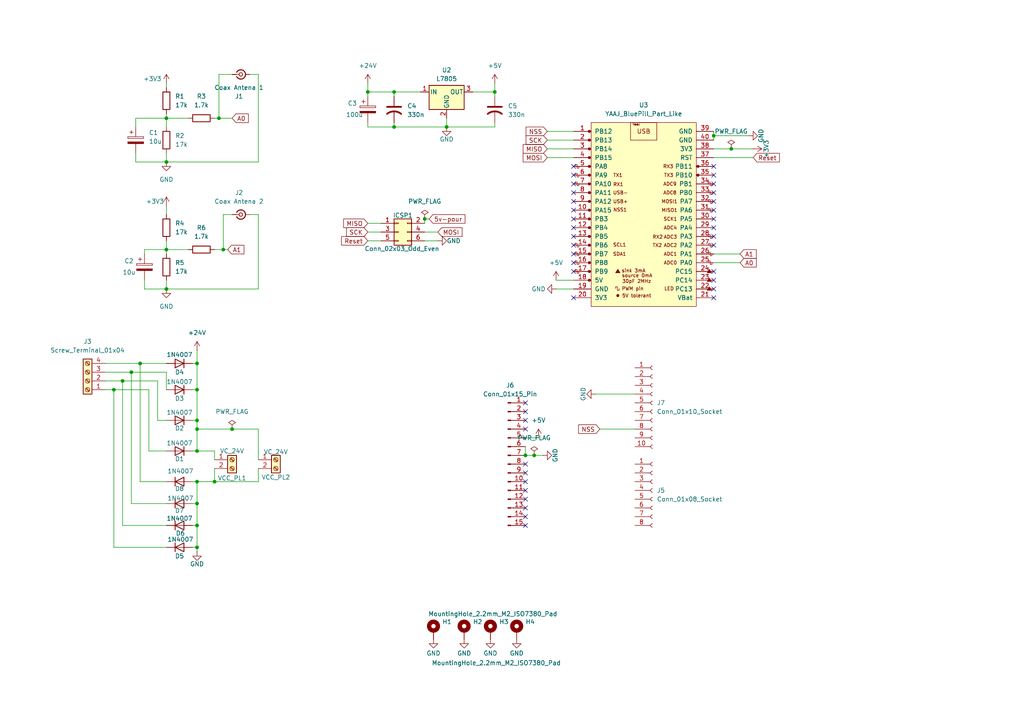
<source format=kicad_sch>
(kicad_sch (version 20250114) (generator "eeschema") (generator_version "9.0")
  (paper "A4")
  (lib_symbols
    (symbol "Connector:Conn_01x08_Socket" (pin_names (offset 1.016) (hide yes))
      (property "Reference" "J" (at 0 10.16 0))
      (property "Value" "Conn_01x08_Socket" (at 0 -12.7 0))
      (symbol "Conn_01x08_Socket_1_1"
        (pin passive line (at -5.08 7.62 0) (length 3.81) (name "Pin_1") (number "1"))
        (pin passive line (at -5.08 5.08 0) (length 3.81) (name "Pin_2") (number "2"))
        (pin passive line (at -5.08 2.54 0) (length 3.81) (name "Pin_3") (number "3"))
        (pin passive line (at -5.08 0 0) (length 3.81) (name "Pin_4") (number "4"))
        (pin passive line (at -5.08 -2.54 0) (length 3.81) (name "Pin_5") (number "5"))
        (pin passive line (at -5.08 -5.08 0) (length 3.81) (name "Pin_6") (number "6"))
        (pin passive line (at -5.08 -7.62 0) (length 3.81) (name "Pin_7") (number "7"))
        (pin passive line (at -5.08 -10.16 0) (length 3.81) (name "Pin_8") (number "8"))
      )
    )
    (symbol "Connector:Conn_01x10_Socket" (pin_names (offset 1.016) (hide yes))
      (property "Reference" "J" (at 0 12.7 0))
      (property "Value" "Conn_01x10_Socket" (at 0 -15.24 0))
      (symbol "Conn_01x10_Socket_1_1"
        (pin passive line (at -5.08 10.16 0) (length 3.81) (name "Pin_1") (number "1"))
        (pin passive line (at -5.08 7.62 0) (length 3.81) (name "Pin_2") (number "2"))
        (pin passive line (at -5.08 5.08 0) (length 3.81) (name "Pin_3") (number "3"))
        (pin passive line (at -5.08 2.54 0) (length 3.81) (name "Pin_4") (number "4"))
        (pin passive line (at -5.08 0 0) (length 3.81) (name "Pin_5") (number "5"))
        (pin passive line (at -5.08 -2.54 0) (length 3.81) (name "Pin_6") (number "6"))
        (pin passive line (at -5.08 -5.08 0) (length 3.81) (name "Pin_7") (number "7"))
        (pin passive line (at -5.08 -7.62 0) (length 3.81) (name "Pin_8") (number "8"))
        (pin passive line (at -5.08 -10.16 0) (length 3.81) (name "Pin_9") (number "9"))
        (pin passive line (at -5.08 -12.7 0) (length 3.81) (name "Pin_10") (number "10"))
      )
    )
    (symbol "Connector:Conn_01x15_Pin" (pin_names (offset 1.016) (hide yes))
      (property "Reference" "J" (at 0 20.32 0))
      (property "Value" "Conn_01x15_Pin" (at 0 -20.32 0))
      (symbol "Conn_01x15_Pin_1_1"
        (pin passive line (at 5.08 17.78 180) (length 3.81) (name "Pin_1") (number "1"))
        (pin passive line (at 5.08 15.24 180) (length 3.81) (name "Pin_2") (number "2"))
        (pin passive line (at 5.08 12.7 180) (length 3.81) (name "Pin_3") (number "3"))
        (pin passive line (at 5.08 10.16 180) (length 3.81) (name "Pin_4") (number "4"))
        (pin passive line (at 5.08 7.62 180) (length 3.81) (name "Pin_5") (number "5"))
        (pin passive line (at 5.08 5.08 180) (length 3.81) (name "Pin_6") (number "6"))
        (pin passive line (at 5.08 2.54 180) (length 3.81) (name "Pin_7") (number "7"))
        (pin passive line (at 5.08 0 180) (length 3.81) (name "Pin_8") (number "8"))
        (pin passive line (at 5.08 -2.54 180) (length 3.81) (name "Pin_9") (number "9"))
        (pin passive line (at 5.08 -5.08 180) (length 3.81) (name "Pin_10") (number "10"))
        (pin passive line (at 5.08 -7.62 180) (length 3.81) (name "Pin_11") (number "11"))
        (pin passive line (at 5.08 -10.16 180) (length 3.81) (name "Pin_12") (number "12"))
        (pin passive line (at 5.08 -12.7 180) (length 3.81) (name "Pin_13") (number "13"))
        (pin passive line (at 5.08 -15.24 180) (length 3.81) (name "Pin_14") (number "14"))
        (pin passive line (at 5.08 -17.78 180) (length 3.81) (name "Pin_15") (number "15"))
      )
    )
    (symbol "Connector:Conn_Coaxial_Small" (pin_numbers (hide yes)) (pin_names (offset 1.016) (hide yes))
      (property "Reference" "J" (at 0.254 3.048 0))
      (property "Value" "Conn_Coaxial_Small" (at 0 -3.81 0))
      (symbol "Conn_Coaxial_Small_1_1"
        (pin passive line (at -2.54 0 0) (length 1.27) (name "In") (number "1"))
        (pin passive line (at 2.54 0 180) (length 1.27) (name "Ext") (number "2"))
      )
    )
    (symbol "Connector:Screw_Terminal_01x02" (pin_names (offset 1.016) (hide yes))
      (property "Reference" "J" (at 0 2.54 0))
      (property "Value" "Screw_Terminal_01x02" (at 0 -5.08 0))
      (symbol "Screw_Terminal_01x02_1_1"
        (pin passive line (at -5.08 0 0) (length 3.81) (name "Pin_1") (number "1"))
        (pin passive line (at -5.08 -2.54 0) (length 3.81) (name "Pin_2") (number "2"))
      )
    )
    (symbol "Connector:Screw_Terminal_01x04" (pin_names (offset 1.016) (hide yes))
      (property "Reference" "J" (at 0 5.08 0))
      (property "Value" "Screw_Terminal_01x04" (at 0 -7.62 0))
      (symbol "Screw_Terminal_01x04_1_1"
        (pin passive line (at -5.08 2.54 0) (length 3.81) (name "Pin_1") (number "1"))
        (pin passive line (at -5.08 0 0) (length 3.81) (name "Pin_2") (number "2"))
        (pin passive line (at -5.08 -2.54 0) (length 3.81) (name "Pin_3") (number "3"))
        (pin passive line (at -5.08 -5.08 0) (length 3.81) (name "Pin_4") (number "4"))
      )
    )
    (symbol "Connector_Generic:Conn_02x03_Odd_Even" (pin_names (offset 1.016) (hide yes))
      (property "Reference" "J" (at 1.27 5.08 0))
      (property "Value" "Conn_02x03_Odd_Even" (at 1.27 -5.08 0))
      (symbol "Conn_02x03_Odd_Even_1_1"
        (pin passive line (at -5.08 2.54 0) (length 3.81) (name "Pin_1") (number "1"))
        (pin passive line (at -5.08 0 0) (length 3.81) (name "Pin_3") (number "3"))
        (pin passive line (at -5.08 -2.54 0) (length 3.81) (name "Pin_5") (number "5"))
        (pin passive line (at 7.62 2.54 180) (length 3.81) (name "Pin_2") (number "2"))
        (pin passive line (at 7.62 0 180) (length 3.81) (name "Pin_4") (number "4"))
        (pin passive line (at 7.62 -2.54 180) (length 3.81) (name "Pin_6") (number "6"))
      )
    )
    (symbol "Device:C_Polarized" (pin_numbers (hide yes)) (pin_names (offset 0.254))
      (property "Reference" "C" (at 0.635 2.54 0))
      (property "Value" "C_Polarized" (at 0.635 -2.54 0))
      (symbol "C_Polarized_1_1"
        (pin passive line (at 0 3.81 270) (length 2.794) (name "~") (number "1"))
        (pin passive line (at 0 -3.81 90) (length 2.794) (name "~") (number "2"))
      )
    )
    (symbol "Device:C_US" (pin_numbers (hide yes)) (pin_names (offset 0.254) (hide yes))
      (property "Reference" "C" (at 0.635 2.54 0))
      (property "Value" "C_US" (at 0.635 -2.54 0))
      (symbol "C_US_1_1"
        (pin passive line (at 0 3.81 270) (length 2.794) (name "~") (number "1"))
        (pin passive line (at 0 -3.81 90) (length 3.302) (name "~") (number "2"))
      )
    )
    (symbol "Device:R" (pin_numbers (hide yes)) (pin_names (offset 0))
      (property "Reference" "R" (at 2.032 0 90))
      (property "Value" "R" (at 0 0 90))
      (symbol "R_1_1"
        (pin passive line (at 0 3.81 270) (length 1.27) (name "~") (number "1"))
        (pin passive line (at 0 -3.81 90) (length 1.27) (name "~") (number "2"))
      )
    )
    (symbol "Diode:1N4007" (pin_numbers (hide yes)) (pin_names (hide yes))
      (property "Reference" "D" (at 0 2.54 0))
      (property "Value" "1N4007" (at 0 -2.54 0))
      (symbol "1N4007_1_1"
        (pin passive line (at -3.81 0 0) (length 2.54) (name "K") (number "1"))
        (pin passive line (at 3.81 0 180) (length 2.54) (name "A") (number "2"))
      )
    )
    (symbol "Mechanical:MountingHole_Pad" (pin_numbers (hide yes)) (pin_names (offset 1.016) (hide yes)) (in_bom no)
      (property "Reference" "H" (at 0 6.35 0))
      (property "Value" "MountingHole_Pad" (at 0 4.445 0))
      (symbol "MountingHole_Pad_1_1"
        (pin input line (at 0 -2.54 90) (length 2.54) (name "1") (number "1"))
      )
    )
    (symbol "Regulator_Linear:L7805" (pin_names (offset 0.254))
      (property "Reference" "U" (at -3.81 3.175 0))
      (property "Value" "L7805" (at 0 3.175 0))
      (symbol "L7805_1_1"
        (pin power_in line (at -7.62 0 0) (length 2.54) (name "IN") (number "1"))
        (pin power_in line (at 0 -7.62 90) (length 2.54) (name "GND") (number "2"))
        (pin power_out line (at 7.62 0 180) (length 2.54) (name "OUT") (number "3"))
      )
    )
    (symbol "YAAJ_BluePill_Part_Like:YAAJ_BluePill_Part_Like" (pin_names (offset 1.016))
      (property "Reference" "U" (at -12.7 25.4 0))
      (property "Value" "YAAJ_BluePill_Part_Like" (at 0 2.54 90))
      (symbol "YAAJ_BluePill_Part_Like_0_0"
        (text "TX1" (at -7.493 10.16 0) (effects (font (size 0.9906 0.9906))))
        (text "RX1" (at -7.366 7.493 0) (effects (font (size 0.9906 0.9906))))
        (text "SCL1" (at -6.985 -10.033 0) (effects (font (size 0.9906 0.9906))))
        (text "SDA1" (at -6.985 -12.7 0) (effects (font (size 0.9906 0.9906))))
        (text "NSS1" (at -6.858 0.127 0) (effects (font (size 0.9906 0.9906))))
        (text "USB-" (at -6.731 5.08 0) (effects (font (size 0.9906 0.9906))))
        (text "USB+" (at -6.731 2.54 0) (effects (font (size 0.9906 0.9906))))
        (text "PWM pin" (at -3.175 -22.733 0) (effects (font (size 0.9906 0.9906))))
        (text "sink 3mA" (at -2.921 -17.526 0) (effects (font (size 0.9906 0.9906))))
        (text "Y@@J" (at -2.159 24.892 0) (effects (font (size 0.508 0.508))))
        (text "30pF 2MHz" (at -2.032 -20.574 0) (effects (font (size 0.9906 0.9906))))
        (text "5V tolerant" (at -2.032 -24.765 0) (effects (font (size 0.9906 0.9906))))
        (text "source 0mA" (at -1.905 -18.923 0) (effects (font (size 0.9906 0.9906))))
        (text "USB" (at 0 22.86 0) (effects (font (size 1.27 1.27))))
        (text "TX2" (at 3.937 -10.16 0) (effects (font (size 0.9906 0.9906))))
        (text "RX2" (at 4.064 -7.747 0) (effects (font (size 0.9906 0.9906))))
        (text "RX3" (at 7.112 12.7 0) (effects (font (size 0.9906 0.9906))))
        (text "TX3" (at 7.239 10.16 0) (effects (font (size 0.9906 0.9906))))
        (text "LED" (at 7.366 -22.733 0) (effects (font (size 0.9906 0.9906))))
        (text "MOSI1" (at 7.493 2.54 0) (effects (font (size 0.9906 0.9906))))
        (text "MISO1" (at 7.493 0 0) (effects (font (size 0.9906 0.9906))))
        (text "ADC9" (at 7.62 7.62 0) (effects (font (size 0.9906 0.9906))))
        (text "ADC8" (at 7.62 5.08 0) (effects (font (size 0.9906 0.9906))))
        (text "SCK1" (at 7.747 -2.54 0) (effects (font (size 0.9906 0.9906))))
        (text "ADC4" (at 7.747 -5.08 0) (effects (font (size 0.9906 0.9906))))
        (text "ADC3" (at 7.747 -7.747 0) (effects (font (size 0.9906 0.9906))))
        (text "ADC2" (at 7.747 -10.16 0) (effects (font (size 0.9906 0.9906))))
        (text "ADC1" (at 7.747 -12.7 0) (effects (font (size 0.9906 0.9906))))
        (text "ADC0" (at 7.747 -15.24 0) (effects (font (size 0.9906 0.9906))))
      )
      (symbol "YAAJ_BluePill_Part_Like_1_1"
        (pin bidirectional line (at -20.32 22.86 0) (length 5.08) (name "PB12") (number "1"))
        (pin bidirectional line (at -20.32 20.32 0) (length 5.08) (name "PB13") (number "2"))
        (pin bidirectional line (at -20.32 17.78 0) (length 5.08) (name "PB14") (number "3"))
        (pin bidirectional line (at -20.32 15.24 0) (length 5.08) (name "PB15") (number "4"))
        (pin bidirectional line (at -20.32 12.7 0) (length 5.08) (name "PA8") (number "5"))
        (pin bidirectional line (at -20.32 10.16 0) (length 5.08) (name "PA9") (number "6"))
        (pin bidirectional line (at -20.32 7.62 0) (length 5.08) (name "PA10") (number "7"))
        (pin bidirectional line (at -20.32 5.08 0) (length 5.08) (name "PA11") (number "8"))
        (pin bidirectional line (at -20.32 2.54 0) (length 5.08) (name "PA12") (number "9"))
        (pin bidirectional line (at -20.32 0 0) (length 5.08) (name "PA15") (number "10"))
        (pin bidirectional line (at -20.32 -2.54 0) (length 5.08) (name "PB3") (number "11"))
        (pin bidirectional line (at -20.32 -5.08 0) (length 5.08) (name "PB4") (number "12"))
        (pin bidirectional line (at -20.32 -7.62 0) (length 5.08) (name "PB5") (number "13"))
        (pin bidirectional line (at -20.32 -10.16 0) (length 5.08) (name "PB6") (number "14"))
        (pin bidirectional line (at -20.32 -12.7 0) (length 5.08) (name "PB7") (number "15"))
        (pin bidirectional line (at -20.32 -15.24 0) (length 5.08) (name "PB8") (number "16"))
        (pin bidirectional line (at -20.32 -17.78 0) (length 5.08) (name "PB9") (number "17"))
        (pin power_in line (at -20.32 -20.32 0) (length 5.08) (name "5V") (number "18"))
        (pin power_in line (at -20.32 -22.86 0) (length 5.08) (name "GND") (number "19"))
        (pin power_in line (at -20.32 -25.4 0) (length 5.08) (name "3V3") (number "20"))
        (pin power_in line (at 20.32 22.86 180) (length 5.08) (name "GND") (number "39"))
        (pin power_in line (at 20.32 20.32 180) (length 5.08) (name "GND") (number "40"))
        (pin power_in line (at 20.32 17.78 180) (length 5.08) (name "3V3") (number "38"))
        (pin input line (at 20.32 15.24 180) (length 5.08) (name "RST") (number "37"))
        (pin bidirectional line (at 20.32 12.7 180) (length 5.08) (name "PB11") (number "36"))
        (pin bidirectional line (at 20.32 10.16 180) (length 5.08) (name "PB10") (number "35"))
        (pin bidirectional line (at 20.32 7.62 180) (length 5.08) (name "PB1") (number "34"))
        (pin bidirectional line (at 20.32 5.08 180) (length 5.08) (name "PB0") (number "33"))
        (pin bidirectional line (at 20.32 2.54 180) (length 5.08) (name "PA7") (number "32"))
        (pin bidirectional line (at 20.32 0 180) (length 5.08) (name "PA6") (number "31"))
        (pin bidirectional line (at 20.32 -2.54 180) (length 5.08) (name "PA5") (number "30"))
        (pin bidirectional line (at 20.32 -5.08 180) (length 5.08) (name "PA4") (number "29"))
        (pin bidirectional line (at 20.32 -7.62 180) (length 5.08) (name "PA3") (number "28"))
        (pin bidirectional line (at 20.32 -10.16 180) (length 5.08) (name "PA2") (number "27"))
        (pin bidirectional line (at 20.32 -12.7 180) (length 5.08) (name "PA1") (number "26"))
        (pin bidirectional line (at 20.32 -15.24 180) (length 5.08) (name "PA0") (number "25"))
        (pin bidirectional line (at 20.32 -17.78 180) (length 5.08) (name "PC15") (number "24"))
        (pin bidirectional line (at 20.32 -20.32 180) (length 5.08) (name "PC14") (number "23"))
        (pin bidirectional line (at 20.32 -22.86 180) (length 5.08) (name "PC13") (number "22"))
        (pin power_in line (at 20.32 -25.4 180) (length 5.08) (name "VBat") (number "21"))
      )
    )
    (symbol "power:+24V" (power) (pin_numbers (hide yes)) (pin_names (offset 0) (hide yes))
      (property "Value" "+24V" (at 0 3.556 0))
      (symbol "+24V_1_1"
        (pin power_in line (at 0 0 90) (length 0) (name "~") (number "1"))
      )
    )
    (symbol "power:+3V3" (power) (pin_numbers (hide yes)) (pin_names (offset 0) (hide yes))
      (property "Value" "+3V3" (at 0 3.556 0))
      (symbol "+3V3_1_1"
        (pin power_in line (at 0 0 90) (length 0) (name "~") (number "1"))
      )
    )
    (symbol "power:+5V" (power) (pin_numbers (hide yes)) (pin_names (offset 0) (hide yes))
      (property "Value" "+5V" (at 0 3.556 0))
      (symbol "+5V_1_1"
        (pin power_in line (at 0 0 90) (length 0) (name "~") (number "1"))
      )
    )
    (symbol "power:GND" (power) (pin_numbers (hide yes)) (pin_names (offset 0) (hide yes))
      (property "Value" "GND" (at 0 -3.81 0))
      (symbol "GND_1_1"
        (pin power_in line (at 0 0 270) (length 0) (name "~") (number "1"))
      )
    )
    (symbol "power:PWR_FLAG" (power) (pin_numbers (hide yes)) (pin_names (offset 0) (hide yes))
      (property "Value" "PWR_FLAG" (at 0 3.81 0))
      (symbol "PWR_FLAG_0_0"
        (pin power_out line (at 0 0 90) (length 0) (name "~") (number "1"))
      )
    )
  )
  (junction (at 62.23 139.7))
  (junction (at 57.15 158.75))
  (junction (at 48.26 72.39))
  (junction (at 152.4 132.08))
  (junction (at 48.26 83.82))
  (junction (at 48.26 46.99))
  (junction (at 207.01 39.37))
  (junction (at 143.51 26.67))
  (junction (at 106.68 26.67))
  (junction (at 57.15 130.81))
  (junction (at 114.3 26.67))
  (junction (at 57.15 139.7))
  (junction (at 154.94 132.08))
  (junction (at 57.15 152.4))
  (junction (at 57.15 113.03))
  (junction (at 123.19 63.5))
  (junction (at 64.77 72.39))
  (junction (at 48.26 34.29))
  (junction (at 57.15 124.46))
  (junction (at 57.15 105.41))
  (junction (at 114.3 36.83))
  (junction (at 63.5 34.29))
  (junction (at 33.02 113.03))
  (junction (at 129.54 36.83))
  (junction (at 35.56 110.49))
  (junction (at 67.31 124.46))
  (junction (at 212.09 43.18))
  (junction (at 40.64 105.41))
  (junction (at 57.15 121.92))
  (junction (at 38.1 107.95))
  (junction (at 57.15 146.05))
  (no_connect (at 207.01 55.88))
  (no_connect (at 207.01 78.74))
  (no_connect (at 166.37 53.34))
  (no_connect (at 152.4 134.62))
  (no_connect (at 207.01 63.5))
  (no_connect (at 207.01 48.26))
  (no_connect (at 152.4 152.4))
  (no_connect (at 152.4 121.92))
  (no_connect (at 207.01 53.34))
  (no_connect (at 207.01 71.12))
  (no_connect (at 207.01 83.82))
  (no_connect (at 207.01 50.8))
  (no_connect (at 152.4 147.32))
  (no_connect (at 152.4 144.78))
  (no_connect (at 207.01 86.36))
  (no_connect (at 166.37 48.26))
  (no_connect (at 166.37 55.88))
  (no_connect (at 166.37 63.5))
  (no_connect (at 207.01 66.04))
  (no_connect (at 207.01 68.58))
  (no_connect (at 166.37 73.66))
  (no_connect (at 166.37 58.42))
  (no_connect (at 166.37 71.12))
  (no_connect (at 207.01 58.42))
  (no_connect (at 166.37 68.58))
  (no_connect (at 207.01 60.96))
  (no_connect (at 152.4 137.16))
  (no_connect (at 152.4 116.84))
  (no_connect (at 152.4 139.7))
  (no_connect (at 166.37 60.96))
  (no_connect (at 152.4 142.24))
  (no_connect (at 152.4 149.86))
  (no_connect (at 152.4 124.46))
  (no_connect (at 207.01 81.28))
  (no_connect (at 166.37 66.04))
  (no_connect (at 166.37 50.8))
  (no_connect (at 152.4 119.38))
  (no_connect (at 166.37 86.36))
  (no_connect (at 166.37 76.2))
  (no_connect (at 166.37 78.74))
  (wire (pts (xy 57.15 139.7) (xy 55.88 139.7)))
  (wire (pts (xy 39.37 46.99) (xy 48.26 46.99)))
  (wire (pts (xy 43.18 113.03) (xy 43.18 130.81)))
  (wire (pts (xy 67.31 21.59) (xy 63.5 21.59)))
  (wire (pts (xy 30.48 105.41) (xy 40.64 105.41)))
  (wire (pts (xy 57.15 124.46) (xy 57.15 121.92)))
  (wire (pts (xy 172.72 114.3) (xy 184.15 114.3)))
  (wire (pts (xy 137.16 26.67) (xy 143.51 26.67)))
  (wire (pts (xy 57.15 130.81) (xy 62.23 130.81)))
  (wire (pts (xy 48.26 152.4) (xy 35.56 152.4)))
  (wire (pts (xy 74.93 83.82) (xy 74.93 62.23)))
  (wire (pts (xy 129.54 36.83) (xy 143.51 36.83)))
  (wire (pts (xy 41.91 81.28) (xy 41.91 83.82)))
  (wire (pts (xy 38.1 107.95) (xy 48.26 107.95)))
  (wire (pts (xy 45.72 121.92) (xy 48.26 121.92)))
  (wire (pts (xy 207.01 43.18) (xy 212.09 43.18)))
  (wire (pts (xy 158.75 38.1) (xy 166.37 38.1)))
  (wire (pts (xy 43.18 130.81) (xy 48.26 130.81)))
  (wire (pts (xy 55.88 121.92) (xy 57.15 121.92)))
  (wire (pts (xy 129.54 34.29) (xy 129.54 36.83)))
  (wire (pts (xy 114.3 26.67) (xy 121.92 26.67)))
  (wire (pts (xy 48.26 34.29) (xy 48.26 36.83)))
  (wire (pts (xy 74.93 46.99) (xy 74.93 21.59)))
  (wire (pts (xy 152.4 129.54) (xy 152.4 132.08)))
  (wire (pts (xy 48.26 69.85) (xy 48.26 72.39)))
  (wire (pts (xy 64.77 62.23) (xy 64.77 72.39)))
  (wire (pts (xy 123.19 69.85) (xy 127 69.85)))
  (wire (pts (xy 57.15 130.81) (xy 57.15 124.46)))
  (wire (pts (xy 129.54 36.83) (xy 114.3 36.83)))
  (wire (pts (xy 55.88 113.03) (xy 57.15 113.03)))
  (wire (pts (xy 161.29 83.82) (xy 166.37 83.82)))
  (wire (pts (xy 33.02 113.03) (xy 43.18 113.03)))
  (wire (pts (xy 152.4 127) (xy 156.21 127)))
  (wire (pts (xy 57.15 146.05) (xy 57.15 152.4)))
  (wire (pts (xy 48.26 107.95) (xy 48.26 113.03)))
  (wire (pts (xy 48.26 139.7) (xy 40.64 139.7)))
  (wire (pts (xy 48.26 81.28) (xy 48.26 83.82)))
  (wire (pts (xy 55.88 152.4) (xy 57.15 152.4)))
  (wire (pts (xy 143.51 35.56) (xy 143.51 36.83)))
  (wire (pts (xy 48.26 146.05) (xy 38.1 146.05)))
  (wire (pts (xy 207.01 73.66) (xy 214.63 73.66)))
  (wire (pts (xy 74.93 21.59) (xy 72.39 21.59)))
  (wire (pts (xy 67.31 124.46) (xy 74.93 124.46)))
  (wire (pts (xy 48.26 44.45) (xy 48.26 46.99)))
  (wire (pts (xy 41.91 73.66) (xy 41.91 72.39)))
  (wire (pts (xy 57.15 101.6) (xy 57.15 105.41)))
  (wire (pts (xy 62.23 72.39) (xy 64.77 72.39)))
  (wire (pts (xy 123.19 64.77) (xy 123.19 63.5)))
  (wire (pts (xy 57.15 152.4) (xy 57.15 158.75)))
  (wire (pts (xy 55.88 105.41) (xy 57.15 105.41)))
  (wire (pts (xy 41.91 83.82) (xy 48.26 83.82)))
  (wire (pts (xy 57.15 105.41) (xy 57.15 113.03)))
  (wire (pts (xy 30.48 107.95) (xy 38.1 107.95)))
  (wire (pts (xy 64.77 72.39) (xy 66.04 72.39)))
  (wire (pts (xy 114.3 26.67) (xy 114.3 27.94)))
  (wire (pts (xy 40.64 105.41) (xy 48.26 105.41)))
  (wire (pts (xy 123.19 63.5) (xy 124.46 63.5)))
  (wire (pts (xy 48.26 34.29) (xy 54.61 34.29)))
  (wire (pts (xy 30.48 110.49) (xy 35.56 110.49)))
  (wire (pts (xy 173.99 124.46) (xy 184.15 124.46)))
  (wire (pts (xy 62.23 139.7) (xy 57.15 139.7)))
  (wire (pts (xy 40.64 105.41) (xy 40.64 139.7)))
  (wire (pts (xy 57.15 158.75) (xy 57.15 160.02)))
  (wire (pts (xy 74.93 62.23) (xy 72.39 62.23)))
  (wire (pts (xy 48.26 158.75) (xy 33.02 158.75)))
  (wire (pts (xy 114.3 36.83) (xy 106.68 36.83)))
  (wire (pts (xy 30.48 113.03) (xy 33.02 113.03)))
  (wire (pts (xy 57.15 146.05) (xy 55.88 146.05)))
  (wire (pts (xy 106.68 27.94) (xy 106.68 26.67)))
  (wire (pts (xy 63.5 34.29) (xy 67.31 34.29)))
  (wire (pts (xy 106.68 26.67) (xy 114.3 26.67)))
  (wire (pts (xy 207.01 38.1) (xy 207.01 39.37)))
  (wire (pts (xy 207.01 45.72) (xy 218.44 45.72)))
  (wire (pts (xy 127 67.31) (xy 123.19 67.31)))
  (wire (pts (xy 48.26 83.82) (xy 74.93 83.82)))
  (wire (pts (xy 55.88 130.81) (xy 57.15 130.81)))
  (wire (pts (xy 154.94 132.08) (xy 157.48 132.08)))
  (wire (pts (xy 57.15 139.7) (xy 57.15 146.05)))
  (wire (pts (xy 212.09 43.18) (xy 218.44 43.18)))
  (wire (pts (xy 39.37 34.29) (xy 39.37 36.83)))
  (wire (pts (xy 143.51 26.67) (xy 143.51 27.94)))
  (wire (pts (xy 38.1 146.05) (xy 38.1 107.95)))
  (wire (pts (xy 55.88 158.75) (xy 57.15 158.75)))
  (wire (pts (xy 207.01 76.2) (xy 214.63 76.2)))
  (wire (pts (xy 67.31 62.23) (xy 64.77 62.23)))
  (wire (pts (xy 35.56 110.49) (xy 45.72 110.49)))
  (wire (pts (xy 152.4 132.08) (xy 154.94 132.08)))
  (wire (pts (xy 62.23 135.89) (xy 62.23 139.7)))
  (wire (pts (xy 74.93 133.35) (xy 74.93 124.46)))
  (wire (pts (xy 207.01 39.37) (xy 217.17 39.37)))
  (wire (pts (xy 48.26 34.29) (xy 39.37 34.29)))
  (wire (pts (xy 57.15 124.46) (xy 67.31 124.46)))
  (wire (pts (xy 35.56 152.4) (xy 35.56 110.49)))
  (wire (pts (xy 45.72 110.49) (xy 45.72 121.92)))
  (wire (pts (xy 158.75 40.64) (xy 166.37 40.64)))
  (wire (pts (xy 48.26 33.02) (xy 48.26 34.29)))
  (wire (pts (xy 63.5 21.59) (xy 63.5 34.29)))
  (wire (pts (xy 158.75 45.72) (xy 166.37 45.72)))
  (wire (pts (xy 48.26 72.39) (xy 48.26 73.66)))
  (wire (pts (xy 74.93 139.7) (xy 62.23 139.7)))
  (wire (pts (xy 33.02 158.75) (xy 33.02 113.03)))
  (wire (pts (xy 41.91 72.39) (xy 48.26 72.39)))
  (wire (pts (xy 114.3 35.56) (xy 114.3 36.83)))
  (wire (pts (xy 158.75 43.18) (xy 166.37 43.18)))
  (wire (pts (xy 110.49 64.77) (xy 106.68 64.77)))
  (wire (pts (xy 57.15 121.92) (xy 57.15 113.03)))
  (wire (pts (xy 110.49 67.31) (xy 106.68 67.31)))
  (wire (pts (xy 48.26 72.39) (xy 54.61 72.39)))
  (wire (pts (xy 207.01 39.37) (xy 207.01 40.64)))
  (wire (pts (xy 48.26 24.13) (xy 48.26 25.4)))
  (wire (pts (xy 48.26 59.69) (xy 48.26 62.23)))
  (wire (pts (xy 39.37 44.45) (xy 39.37 46.99)))
  (wire (pts (xy 143.51 24.13) (xy 143.51 26.67)))
  (wire (pts (xy 62.23 130.81) (xy 62.23 133.35)))
  (wire (pts (xy 106.68 35.56) (xy 106.68 36.83)))
  (wire (pts (xy 62.23 34.29) (xy 63.5 34.29)))
  (wire (pts (xy 110.49 69.85) (xy 106.68 69.85)))
  (wire (pts (xy 161.29 81.28) (xy 166.37 81.28)))
  (wire (pts (xy 48.26 46.99) (xy 74.93 46.99)))
  (wire (pts (xy 74.93 135.89) (xy 74.93 139.7)))
  (wire (pts (xy 106.68 24.13) (xy 106.68 26.67)))
  (global_label "A0" (shape input) (at 214.63 76.2 0) (property "Intersheetrefs" "${INTERSHEET_REFS}" (effects (hide yes))))
  (global_label "A1" (shape input) (at 214.63 73.66 0) (property "Intersheetrefs" "${INTERSHEET_REFS}" (effects (hide yes))))
  (global_label "MOSI" (shape input) (at 158.75 45.72 180) (property "Intersheetrefs" "${INTERSHEET_REFS}" (effects (hide yes))))
  (global_label "Reset" (shape input) (at 218.44 45.72 0) (property "Intersheetrefs" "${INTERSHEET_REFS}" (effects (hide yes))))
  (global_label "A0" (shape input) (at 67.31 34.29 0) (property "Intersheetrefs" "${INTERSHEET_REFS}" (effects (hide yes))))
  (global_label "5v-pour" (shape input) (at 124.46 63.5 0) (property "Intersheetrefs" "${INTERSHEET_REFS}" (effects (hide yes))))
  (global_label "MISO" (shape input) (at 158.75 43.18 180) (property "Intersheetrefs" "${INTERSHEET_REFS}" (effects (hide yes))))
  (global_label "NSS" (shape input) (at 173.99 124.46 180) (property "Intersheetrefs" "${INTERSHEET_REFS}" (effects (hide yes))))
  (global_label "SCK" (shape input) (at 158.75 40.64 180) (property "Intersheetrefs" "${INTERSHEET_REFS}" (effects (hide yes))))
  (global_label "MOSI" (shape input) (at 127 67.31 0) (property "Intersheetrefs" "${INTERSHEET_REFS}" (effects (hide yes))))
  (global_label "SCK" (shape input) (at 106.68 67.31 180) (property "Intersheetrefs" "${INTERSHEET_REFS}" (effects (hide yes))))
  (global_label "A1" (shape input) (at 66.04 72.39 0) (property "Intersheetrefs" "${INTERSHEET_REFS}" (effects (hide yes))))
  (global_label "MISO" (shape input) (at 106.68 64.77 180) (property "Intersheetrefs" "${INTERSHEET_REFS}" (effects (hide yes))))
  (global_label "NSS" (shape input) (at 158.75 38.1 180) (property "Intersheetrefs" "${INTERSHEET_REFS}" (effects (hide yes))))
  (global_label "Reset" (shape input) (at 106.68 69.85 180) (property "Intersheetrefs" "${INTERSHEET_REFS}" (effects (hide yes))))
  (symbol (lib_id "Connector:Conn_Coaxial_Small") (at 69.85 21.59 0) (mirror x) (unit 1)
    (property "Reference" "J1" (at 69.3304 27.94 0))
    (property "Value" "Coax Antena 1" (at 69.3304 25.4 0))
    (property "Footprint" "Connector_Coaxial:SMA_Amphenol_132289_EdgeMount" (effects (hide yes)))
    (property "Description" "small coaxial connector (BNC, SMA, SMB, SMC, Cinch/RCA, LEMO, ...)" (effects (hide yes)))
  )
  (symbol (lib_id "Connector:Screw_Terminal_01x02") (at 67.31 133.35 0) (unit 1)
    (property "Reference" "VCC_PL1" (at 67.31 138.684 0))
    (property "Value" "VC_24V" (at 67.31 130.81 0))
    (property "Footprint" "TerminalBlock_MetzConnect:TerminalBlock_MetzConnect_Type011_RT05502HBLC_1x02_P5.00mm_Horizontal" (effects (hide yes)))
    (property "Description" "Generic screw terminal, single row, 01x02, script generated (kicad-library-utils/schlib/autogen/connector/)" (effects (hide yes)))
  )
  (symbol (lib_id "Diode:1N4007") (at 52.07 158.75 0) (unit 1)
    (property "Reference" "D5" (at 52.07 161.29 0))
    (property "Value" "1N4007" (at 52.324 156.464 0))
    (property "Footprint" "Diode_THT:D_DO-41_SOD81_P10.16mm_Horizontal" (effects (hide yes)))
    (property "Datasheet" "http://www.vishay.com/docs/88503/1n4001.pdf" (effects (hide yes)))
    (property "Description" "1000V 1A General Purpose Rectifier Diode, DO-41" (effects (hide yes)))
    (property "Sim.Device" "D" (effects (hide yes)))
    (property "Sim.Pins" "1=K 2=A" (effects (hide yes)))
  )
  (symbol (lib_id "Connector:Conn_01x15_Pin") (at 147.32 134.62 0) (unit 1)
    (property "Reference" "J6" (at 147.955 111.76 0))
    (property "Value" "Conn_01x15_Pin" (at 147.955 114.3 0))
    (property "Footprint" "Connector_PinHeader_2.54mm:PinHeader_1x15_P2.54mm_Vertical" (effects (hide yes)))
    (property "Description" "Generic connector, single row, 01x15, script generated" (effects (hide yes)))
  )
  (symbol (lib_id "Connector_Generic:Conn_02x03_Odd_Even") (at 115.57 67.31 0) (unit 1)
    (property "Reference" "ICSP1" (at 116.84 62.484 0))
    (property "Value" "Conn_02x03_Odd_Even" (at 116.586 72.136 0))
    (property "Footprint" "Connector_PinHeader_2.54mm:PinHeader_2x03_P2.54mm_Vertical" (effects (hide yes)))
    (property "Description" "Generic connector, double row, 02x03, odd/even pin numbering scheme (row 1 odd numbers, row 2 even numbers), script generated (kicad-library-utils/schlib/autogen/connector/)" (effects (hide yes)))
  )
  (symbol (lib_id "power:GND") (at 129.54 36.83 0) (unit 1)
    (property "Reference" "#PWR025" (effects (hide yes)))
    (property "Value" "GND" (at 129.54 40.386 0))
    (property "Description" "Power symbol creates a global label with name \"GND\" , ground" (effects (hide yes)))
  )
  (symbol (lib_id "power:PWR_FLAG") (at 67.31 124.46 0) (unit 1)
    (property "Reference" "#FLG02" (effects (hide yes)))
    (property "Value" "PWR_FLAG" (at 67.31 119.38 0))
    (property "Description" "Special symbol for telling ERC where power comes from" (effects (hide yes)))
  )
  (symbol (lib_id "power:GND") (at 48.26 83.82 0) (unit 1)
    (property "Reference" "#PWR04" (effects (hide yes)))
    (property "Value" "GND" (at 48.26 88.9 0))
    (property "Description" "Power symbol creates a global label with name \"GND\" , ground" (effects (hide yes)))
  )
  (symbol (lib_id "Diode:1N4007") (at 52.07 121.92 180) (unit 1)
    (property "Reference" "D2" (at 52.07 124.206 0))
    (property "Value" "1N4007" (at 52.07 119.634 0))
    (property "Footprint" "Diode_THT:D_DO-41_SOD81_P10.16mm_Horizontal" (effects (hide yes)))
    (property "Datasheet" "http://www.vishay.com/docs/88503/1n4001.pdf" (effects (hide yes)))
    (property "Description" "1000V 1A General Purpose Rectifier Diode, DO-41" (effects (hide yes)))
    (property "Sim.Device" "D" (effects (hide yes)))
    (property "Sim.Pins" "1=K 2=A" (effects (hide yes)))
  )
  (symbol (lib_id "Mechanical:MountingHole_Pad") (at 149.86 182.88 0) (unit 1) (in_bom no)
    (property "Reference" "H4" (at 152.4 180.3399 0) (effects (justify left)))
    (property "Value" "MountingHole_2.2mm_M2_ISO7380_Pad" (effects (hide yes)))
    (property "Footprint" "MountingHole:MountingHole_2.2mm_M2_ISO7380_Pad" (effects (hide yes)))
  )
  (symbol (lib_id "power:+5V") (at 143.51 24.13 0) (unit 1)
    (property "Reference" "#PWR06" (effects (hide yes)))
    (property "Value" "+5V" (at 143.51 19.05 0))
    (property "Description" "Power symbol creates a global label with name \"+5V\"" (effects (hide yes)))
  )
  (symbol (lib_id "Diode:1N4007") (at 52.07 146.05 0) (unit 1)
    (property "Reference" "D7" (at 52.07 148.082 0))
    (property "Value" "1N4007" (at 52.324 144.526 0))
    (property "Footprint" "Diode_THT:D_DO-41_SOD81_P10.16mm_Horizontal" (effects (hide yes)))
    (property "Datasheet" "http://www.vishay.com/docs/88503/1n4001.pdf" (effects (hide yes)))
    (property "Description" "1000V 1A General Purpose Rectifier Diode, DO-41" (effects (hide yes)))
    (property "Sim.Device" "D" (effects (hide yes)))
    (property "Sim.Pins" "1=K 2=A" (effects (hide yes)))
  )
  (symbol (lib_id "Mechanical:MountingHole_Pad") (at 125.73 182.88 0) (unit 1) (in_bom no)
    (property "Reference" "H1" (at 128.27 180.3399 0) (effects (justify left)))
    (property "Value" "MountingHole_2.2mm_M2_ISO7380_Pad" (at 125.222 192.278 0) (effects (justify left)))
    (property "Footprint" "MountingHole:MountingHole_2.2mm_M2_ISO7380_Pad" (effects (hide yes)))
  )
  (symbol (lib_id "power:PWR_FLAG") (at 154.94 132.08 0) (unit 1)
    (property "Reference" "#FLG07" (effects (hide yes)))
    (property "Value" "PWR_FLAG" (at 154.94 127 0))
    (property "Description" "Special symbol for telling ERC where power comes from" (effects (hide yes)))
  )
  (symbol (lib_id "Device:R") (at 48.26 40.64 0) (unit 1)
    (property "Reference" "R2" (at 50.8 39.3699 0) (effects (justify left)))
    (property "Value" "17k" (at 50.8 41.9099 0) (effects (justify left)))
    (property "Footprint" "huellas_proyecto:R_Axial_DIN0207_L6.3mm_D2.5mm_P10.16mm_Horizontal-pad2mm" (effects (hide yes)))
    (property "Description" "Resistor, US symbol" (effects (hide yes)))
  )
  (symbol (lib_id "Diode:1N4007") (at 52.07 152.4 0) (unit 1)
    (property "Reference" "D6" (at 52.324 154.686 0))
    (property "Value" "1N4007" (at 52.07 150.368 0))
    (property "Footprint" "Diode_THT:D_DO-41_SOD81_P10.16mm_Horizontal" (effects (hide yes)))
    (property "Datasheet" "http://www.vishay.com/docs/88503/1n4001.pdf" (effects (hide yes)))
    (property "Description" "1000V 1A General Purpose Rectifier Diode, DO-41" (effects (hide yes)))
    (property "Sim.Device" "D" (effects (hide yes)))
    (property "Sim.Pins" "1=K 2=A" (effects (hide yes)))
  )
  (symbol (lib_id "power:+3V3") (at 218.44 43.18 270) (unit 1)
    (property "Reference" "#PWR013" (effects (hide yes)))
    (property "Value" "+3V3" (at 222.25 43.18 0))
    (property "Description" "Power symbol creates a global label with name \"+3V3\"" (effects (hide yes)))
  )
  (symbol (lib_id "power:GND") (at 217.17 39.37 90) (unit 1)
    (property "Reference" "#PWR011" (effects (hide yes)))
    (property "Value" "GND" (at 220.726 39.37 0))
    (property "Description" "Power symbol creates a global label with name \"GND\" , ground" (effects (hide yes)))
  )
  (symbol (lib_id "Mechanical:MountingHole_Pad") (at 134.62 182.88 0) (unit 1) (in_bom no)
    (property "Reference" "H2" (at 137.16 180.3399 0) (effects (justify left)))
    (property "Value" "MountingHole_2.2mm_M2_ISO7380_Pad" (at 124.206 178.054 0) (effects (justify left)))
    (property "Footprint" "MountingHole:MountingHole_2.2mm_M2_ISO7380_Pad" (effects (hide yes)))
  )
  (symbol (lib_id "Connector:Screw_Terminal_01x02") (at 80.01 133.35 0) (unit 1)
    (property "Reference" "VCC_PL2" (at 80.01 138.43 0))
    (property "Value" "VC_24V" (at 80.01 131.064 0))
    (property "Footprint" "TerminalBlock_MetzConnect:TerminalBlock_MetzConnect_Type011_RT05502HBLC_1x02_P5.00mm_Horizontal" (effects (hide yes)))
    (property "Description" "Generic screw terminal, single row, 01x02, script generated (kicad-library-utils/schlib/autogen/connector/)" (effects (hide yes)))
  )
  (symbol (lib_id "Diode:1N4007") (at 52.07 105.41 180) (unit 1)
    (property "Reference" "D4" (at 52.07 107.95 0))
    (property "Value" "1N4007" (at 52.07 102.87 0))
    (property "Footprint" "Diode_THT:D_DO-41_SOD81_P10.16mm_Horizontal" (effects (hide yes)))
    (property "Datasheet" "http://www.vishay.com/docs/88503/1n4001.pdf" (effects (hide yes)))
    (property "Description" "1000V 1A General Purpose Rectifier Diode, DO-41" (effects (hide yes)))
    (property "Sim.Device" "D" (effects (hide yes)))
    (property "Sim.Pins" "1=K 2=A" (effects (hide yes)))
  )
  (symbol (lib_id "power:GND") (at 157.48 132.08 90) (unit 1)
    (property "Reference" "#PWR024" (effects (hide yes)))
    (property "Value" "GND" (at 161.036 132.08 0))
    (property "Description" "Power symbol creates a global label with name \"GND\" , ground" (effects (hide yes)))
  )
  (symbol (lib_id "Connector:Conn_01x10_Socket") (at 189.23 116.84 0) (unit 1)
    (property "Reference" "J7" (at 190.5 116.8399 0) (effects (justify left)))
    (property "Value" "Conn_01x10_Socket" (at 190.5 119.3799 0) (effects (justify left)))
    (property "Footprint" "Connector_PinHeader_2.54mm:PinHeader_1x10_P2.54mm_Vertical" (effects (hide yes)))
    (property "Description" "Generic connector, single row, 01x10, script generated" (effects (hide yes)))
  )
  (symbol (lib_id "power:+24V") (at 106.68 24.13 0) (unit 1)
    (property "Reference" "#PWR05" (effects (hide yes)))
    (property "Value" "+24V" (at 106.68 19.05 0))
    (property "Description" "Power symbol creates a global label with name \"+24V\"" (effects (hide yes)))
  )
  (symbol (lib_id "Device:C_Polarized") (at 106.68 31.75 0) (unit 1)
    (property "Reference" "C3" (at 100.838 29.972 0) (effects (justify left)))
    (property "Value" "100u" (at 100.33 33.274 0) (effects (justify left)))
    (property "Footprint" "Capacitor_THT:CP_Radial_D10.0mm_P5.00mm" (effects (hide yes)))
    (property "Description" "Polarized capacitor" (effects (hide yes)))
  )
  (symbol (lib_id "power:GND") (at 142.24 185.42 0) (unit 1)
    (property "Reference" "#PWR019" (effects (hide yes)))
    (property "Value" "GND" (at 142.24 189.484 0))
    (property "Description" "Power symbol creates a global label with name \"GND\" , ground" (effects (hide yes)))
  )
  (symbol (lib_id "Device:C_US") (at 143.51 31.75 0) (unit 1)
    (property "Reference" "C5" (at 147.32 30.7339 0) (effects (justify left)))
    (property "Value" "330n" (at 147.32 33.2739 0) (effects (justify left)))
    (property "Footprint" "huellas_proyecto:C_Disc_D5.1mm_W3.2mm_P5.00mm-pad2mm" (effects (hide yes)))
    (property "Description" "capacitor, US symbol" (effects (hide yes)))
  )
  (symbol (lib_id "YAAJ_BluePill_Part_Like:YAAJ_BluePill_Part_Like") (at 186.69 60.96 0) (unit 1)
    (property "Reference" "U3" (at 186.69 30.48 0))
    (property "Value" "YAAJ_BluePill_Part_Like" (at 186.69 33.02 0))
    (property "Footprint" "Footprints:YAAJ_BluePill_2" (effects (hide yes)))
    (property "Description" "STM32 Blue Pill ; not KLC compliant" (effects (hide yes)))
  )
  (symbol (lib_id "Connector:Conn_Coaxial_Small") (at 69.85 62.23 0) (unit 1)
    (property "Reference" "J2" (at 69.3304 55.88 0))
    (property "Value" "Coax Antena 2" (at 69.3304 58.42 0))
    (property "Footprint" "Connector_Coaxial:SMA_Amphenol_132289_EdgeMount" (effects (hide yes)))
    (property "Description" "small coaxial connector (BNC, SMA, SMB, SMC, Cinch/RCA, LEMO, ...)" (effects (hide yes)))
  )
  (symbol (lib_id "Diode:1N4007") (at 52.07 113.03 180) (unit 1)
    (property "Reference" "D3" (at 52.07 115.57 0))
    (property "Value" "1N4007" (at 52.07 110.744 0))
    (property "Footprint" "Diode_THT:D_DO-41_SOD81_P10.16mm_Horizontal" (effects (hide yes)))
    (property "Datasheet" "http://www.vishay.com/docs/88503/1n4001.pdf" (effects (hide yes)))
    (property "Description" "1000V 1A General Purpose Rectifier Diode, DO-41" (effects (hide yes)))
    (property "Sim.Device" "D" (effects (hide yes)))
    (property "Sim.Pins" "1=K 2=A" (effects (hide yes)))
  )
  (symbol (lib_id "Regulator_Linear:L7805") (at 129.54 26.67 0) (unit 1)
    (property "Reference" "U2" (at 129.54 20.32 0))
    (property "Value" "L7805" (at 129.54 22.86 0))
    (property "Footprint" "Package_TO_SOT_THT:TO-220-3_Vertical" (effects (hide yes)))
    (property "Datasheet" "http://www.st.com/content/ccc/resource/technical/document/datasheet/41/4f/b3/b0/12/d4/47/88/CD00000444.pdf/files/CD00000444.pdf/jcr:content/translations/en.CD00000444.pdf" (effects (hide yes)))
    (property "Description" "Positive 1.5A 35V Linear Regulator, Fixed Output 5V, TO-220/TO-263/TO-252" (effects (hide yes)))
  )
  (symbol (lib_id "Device:R") (at 48.26 66.04 0) (unit 1)
    (property "Reference" "R4" (at 50.8 64.7699 0) (effects (justify left)))
    (property "Value" "17k" (at 50.8 67.3099 0) (effects (justify left)))
    (property "Footprint" "huellas_proyecto:R_Axial_DIN0207_L6.3mm_D2.5mm_P10.16mm_Horizontal-pad2mm" (effects (hide yes)))
    (property "Description" "Resistor, US symbol" (effects (hide yes)))
  )
  (symbol (lib_id "power:GND") (at 125.73 185.42 0) (unit 1)
    (property "Reference" "#PWR017" (effects (hide yes)))
    (property "Value" "GND" (at 125.73 189.484 0))
    (property "Description" "Power symbol creates a global label with name \"GND\" , ground" (effects (hide yes)))
  )
  (symbol (lib_id "Device:C_US") (at 114.3 31.75 0) (unit 1)
    (property "Reference" "C4" (at 118.11 30.7339 0) (effects (justify left)))
    (property "Value" "330n" (at 118.11 33.2739 0) (effects (justify left)))
    (property "Footprint" "huellas_proyecto:C_Disc_D5.1mm_W3.2mm_P5.00mm-pad2mm" (effects (hide yes)))
    (property "Description" "capacitor, US symbol" (effects (hide yes)))
  )
  (symbol (lib_id "power:GND") (at 149.86 185.42 0) (unit 1)
    (property "Reference" "#PWR020" (effects (hide yes)))
    (property "Value" "GND" (at 149.86 189.484 0))
    (property "Description" "Power symbol creates a global label with name \"GND\" , ground" (effects (hide yes)))
  )
  (symbol (lib_id "Device:R") (at 48.26 77.47 0) (unit 1)
    (property "Reference" "R5" (at 50.8 76.1999 0) (effects (justify left)))
    (property "Value" "17k" (at 50.8 78.7399 0) (effects (justify left)))
    (property "Footprint" "huellas_proyecto:R_Axial_DIN0207_L6.3mm_D2.5mm_P10.16mm_Horizontal-pad2mm" (effects (hide yes)))
    (property "Description" "Resistor, US symbol" (effects (hide yes)))
  )
  (symbol (lib_id "power:GND") (at 127 69.85 90) (unit 1)
    (property "Reference" "#PWR014" (effects (hide yes)))
    (property "Value" "GND" (at 131.572 69.85 90))
    (property "Description" "Power symbol creates a global label with name \"GND\" , ground" (effects (hide yes)))
  )
  (symbol (lib_id "power:+5V") (at 156.21 127 0) (unit 1)
    (property "Reference" "#PWR022" (effects (hide yes)))
    (property "Value" "+5V" (at 156.21 121.92 0))
    (property "Description" "Power symbol creates a global label with name \"+5V\"" (effects (hide yes)))
  )
  (symbol (lib_id "power:GND") (at 161.29 83.82 270) (unit 1)
    (property "Reference" "#PWR010" (effects (hide yes)))
    (property "Value" "GND" (at 156.21 83.82 90))
    (property "Description" "Power symbol creates a global label with name \"GND\" , ground" (effects (hide yes)))
  )
  (symbol (lib_id "power:GND") (at 48.26 46.99 0) (unit 1)
    (property "Reference" "#PWR01" (effects (hide yes)))
    (property "Value" "GND" (at 48.26 52.07 0))
    (property "Description" "Power symbol creates a global label with name \"GND\" , ground" (effects (hide yes)))
  )
  (symbol (lib_id "power:+5V") (at 161.29 81.28 0) (unit 1)
    (property "Reference" "#PWR09" (effects (hide yes)))
    (property "Value" "+5V" (at 161.29 76.2 0))
    (property "Description" "Power symbol creates a global label with name \"+5V\"" (effects (hide yes)))
  )
  (symbol (lib_id "power:GND") (at 172.72 114.3 270) (unit 1)
    (property "Reference" "#PWR023" (effects (hide yes)))
    (property "Value" "GND" (at 169.164 114.3 0))
    (property "Description" "Power symbol creates a global label with name \"GND\" , ground" (effects (hide yes)))
  )
  (symbol (lib_id "Mechanical:MountingHole_Pad") (at 142.24 182.88 0) (unit 1) (in_bom no)
    (property "Reference" "H3" (at 144.78 180.3399 0) (effects (justify left)))
    (property "Value" "MountingHole_2.2mm_M2_ISO7380_Pad" (effects (hide yes)))
    (property "Footprint" "MountingHole:MountingHole_2.2mm_M2_ISO7380_Pad" (effects (hide yes)))
  )
  (symbol (lib_id "Device:R") (at 58.42 72.39 90) (unit 1)
    (property "Reference" "R6" (at 58.42 66.04 90))
    (property "Value" "1.7k" (at 58.42 68.58 90))
    (property "Footprint" "huellas_proyecto:R_Axial_DIN0207_L6.3mm_D2.5mm_P10.16mm_Horizontal-pad2mm" (effects (hide yes)))
    (property "Description" "Resistor, US symbol" (effects (hide yes)))
  )
  (symbol (lib_id "Device:C_Polarized") (at 39.37 40.64 0) (unit 1)
    (property "Reference" "C1" (at 43.18 38.4809 0) (effects (justify left)))
    (property "Value" "10u" (at 43.18 41.0209 0) (effects (justify left)))
    (property "Footprint" "Capacitor_THT:CP_Radial_D10.0mm_P5.00mm" (effects (hide yes)))
    (property "Description" "Polarized capacitor" (effects (hide yes)))
  )
  (symbol (lib_id "Diode:1N4007") (at 52.07 130.81 180) (unit 1)
    (property "Reference" "D1" (at 52.07 133.096 0))
    (property "Value" "1N4007" (at 52.07 128.524 0))
    (property "Footprint" "Diode_THT:D_DO-41_SOD81_P10.16mm_Horizontal" (effects (hide yes)))
    (property "Datasheet" "http://www.vishay.com/docs/88503/1n4001.pdf" (effects (hide yes)))
    (property "Description" "1000V 1A General Purpose Rectifier Diode, DO-41" (effects (hide yes)))
    (property "Sim.Device" "D" (effects (hide yes)))
    (property "Sim.Pins" "1=K 2=A" (effects (hide yes)))
  )
  (symbol (lib_id "Connector:Screw_Terminal_01x04") (at 25.4 110.49 180) (unit 1)
    (property "Reference" "J3" (at 25.4 99.06 0))
    (property "Value" "Screw_Terminal_01x04" (at 25.4 101.6 0))
    (property "Footprint" "TerminalBlock_MetzConnect:TerminalBlock_MetzConnect_Type011_RT05504HBLC_1x04_P5.00mm_Horizontal" (effects (hide yes)))
    (property "Description" "Generic screw terminal, single row, 01x04, script generated (kicad-library-utils/schlib/autogen/connector/)" (effects (hide yes)))
  )
  (symbol (lib_id "power:+24V") (at 57.15 101.6 0) (unit 1)
    (property "Reference" "#PWR08" (effects (hide yes)))
    (property "Value" "+24V" (at 57.15 96.52 0))
    (property "Description" "Power symbol creates a global label with name \"+24V\"" (effects (hide yes)))
  )
  (symbol (lib_id "power:GND") (at 57.15 160.02 0) (unit 1)
    (property "Reference" "#PWR07" (effects (hide yes)))
    (property "Value" "GND" (at 57.15 163.576 0))
    (property "Description" "Power symbol creates a global label with name \"GND\" , ground" (effects (hide yes)))
  )
  (symbol (lib_id "Device:R") (at 48.26 29.21 0) (unit 1)
    (property "Reference" "R1" (at 50.8 27.9399 0) (effects (justify left)))
    (property "Value" "17k" (at 50.8 30.4799 0) (effects (justify left)))
    (property "Footprint" "huellas_proyecto:R_Axial_DIN0207_L6.3mm_D2.5mm_P10.16mm_Horizontal-pad2mm" (effects (hide yes)))
    (property "Description" "Resistor, US symbol" (effects (hide yes)))
  )
  (symbol (lib_id "power:+3V3") (at 48.26 24.13 0) (unit 1)
    (property "Reference" "#PWR02" (effects (hide yes)))
    (property "Value" "+3V3" (at 44.196 22.86 0))
    (property "Description" "Power symbol creates a global label with name \"+3V3\"" (effects (hide yes)))
  )
  (symbol (lib_id "power:PWR_FLAG") (at 212.09 43.18 0) (unit 1)
    (property "Reference" "#FLG06" (effects (hide yes)))
    (property "Value" "PWR_FLAG" (at 212.09 38.1 0))
    (property "Description" "Special symbol for telling ERC where power comes from" (effects (hide yes)))
  )
  (symbol (lib_id "Device:R") (at 58.42 34.29 90) (unit 1)
    (property "Reference" "R3" (at 58.42 27.94 90))
    (property "Value" "1.7k" (at 58.42 30.48 90))
    (property "Footprint" "huellas_proyecto:R_Axial_DIN0207_L6.3mm_D2.5mm_P10.16mm_Horizontal-pad2mm" (effects (hide yes)))
    (property "Description" "Resistor, US symbol" (effects (hide yes)))
  )
  (symbol (lib_id "Device:C_Polarized") (at 41.91 77.47 0) (unit 1)
    (property "Reference" "C2" (at 36.068 75.692 0) (effects (justify left)))
    (property "Value" "10u" (at 35.56 78.994 0) (effects (justify left)))
    (property "Footprint" "Capacitor_THT:CP_Radial_D10.0mm_P5.00mm" (effects (hide yes)))
    (property "Description" "Polarized capacitor" (effects (hide yes)))
  )
  (symbol (lib_id "power:GND") (at 134.62 185.42 0) (unit 1)
    (property "Reference" "#PWR018" (effects (hide yes)))
    (property "Value" "GND" (at 134.62 189.484 0))
    (property "Description" "Power symbol creates a global label with name \"GND\" , ground" (effects (hide yes)))
  )
  (symbol (lib_id "Connector:Conn_01x08_Socket") (at 189.23 142.24 0) (unit 1)
    (property "Reference" "J5" (at 190.5 142.2399 0) (effects (justify left)))
    (property "Value" "Conn_01x08_Socket" (at 190.5 144.7799 0) (effects (justify left)))
    (property "Footprint" "Connector_PinHeader_2.54mm:PinHeader_1x08_P2.54mm_Vertical" (effects (hide yes)))
    (property "Description" "Generic connector, single row, 01x08, script generated" (effects (hide yes)))
  )
  (symbol (lib_id "Diode:1N4007") (at 52.07 139.7 0) (unit 1)
    (property "Reference" "D8" (at 52.07 141.732 0))
    (property "Value" "1N4007" (at 52.324 136.652 0))
    (property "Footprint" "Diode_THT:D_DO-41_SOD81_P10.16mm_Horizontal" (effects (hide yes)))
    (property "Datasheet" "http://www.vishay.com/docs/88503/1n4001.pdf" (effects (hide yes)))
    (property "Description" "1000V 1A General Purpose Rectifier Diode, DO-41" (effects (hide yes)))
    (property "Sim.Device" "D" (effects (hide yes)))
    (property "Sim.Pins" "1=K 2=A" (effects (hide yes)))
  )
  (symbol (lib_id "power:PWR_FLAG") (at 123.19 63.5 0) (unit 1)
    (property "Reference" "#FLG01" (effects (hide yes)))
    (property "Value" "PWR_FLAG" (at 123.19 58.42 0))
    (property "Description" "Special symbol for telling ERC where power comes from" (effects (hide yes)))
  )
  (symbol (lib_id "power:+3V3") (at 48.26 59.69 0) (unit 1)
    (property "Reference" "#PWR03" (effects (hide yes)))
    (property "Value" "+3V3" (at 44.958 58.42 0))
    (property "Description" "Power symbol creates a global label with name \"+3V3\"" (effects (hide yes)))
  )
)
</source>
